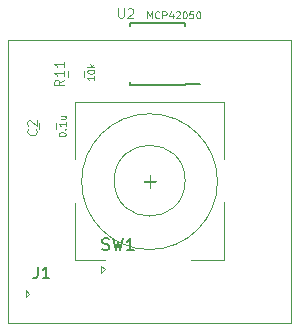
<source format=gbr>
G04 #@! TF.GenerationSoftware,KiCad,Pcbnew,(5.0.2-5)-5*
G04 #@! TF.CreationDate,2019-09-23T09:23:56+03:00*
G04 #@! TF.ProjectId,digi_pot,64696769-5f70-46f7-942e-6b696361645f,rev?*
G04 #@! TF.SameCoordinates,Original*
G04 #@! TF.FileFunction,Legend,Top*
G04 #@! TF.FilePolarity,Positive*
%FSLAX46Y46*%
G04 Gerber Fmt 4.6, Leading zero omitted, Abs format (unit mm)*
G04 Created by KiCad (PCBNEW (5.0.2-5)-5) date 2019 September 23, Monday 09:23:56*
%MOMM*%
%LPD*%
G01*
G04 APERTURE LIST*
%ADD10C,0.120000*%
%ADD11C,0.150000*%
%ADD12C,0.100000*%
G04 APERTURE END LIST*
D10*
G04 #@! TO.C,J1*
X154338400Y-92709600D02*
G75*
G03X154338400Y-92709600I-5750000J0D01*
G01*
X160588400Y-104709600D02*
X136588400Y-104709600D01*
X160588400Y-80709600D02*
X160588400Y-104709600D01*
X136588400Y-80709600D02*
X160588400Y-80709600D01*
X136588400Y-104709600D02*
X136588400Y-80709600D01*
X138398400Y-102209600D02*
X138098400Y-102509600D01*
X138098400Y-102509600D02*
X138098400Y-101909600D01*
X138098400Y-101909600D02*
X138398400Y-102209600D01*
X148088400Y-92709600D02*
X149088400Y-92709600D01*
X148588400Y-93209600D02*
X148588400Y-92209600D01*
G04 #@! TO.C,SW1*
X148599200Y-93126800D02*
X148599200Y-92126800D01*
X148099200Y-92626800D02*
X149099200Y-92626800D01*
X144499200Y-99826800D02*
X144799200Y-100126800D01*
X144499200Y-100426800D02*
X144499200Y-99826800D01*
X144799200Y-100126800D02*
X144499200Y-100426800D01*
X142299200Y-99326800D02*
X144799200Y-99326800D01*
X142299200Y-94526800D02*
X142299200Y-99326800D01*
X154899200Y-99326800D02*
X152099200Y-99326800D01*
X154899200Y-94426800D02*
X154899200Y-99326800D01*
X154899200Y-85926800D02*
X154899200Y-90826800D01*
X142299200Y-85926800D02*
X154899200Y-85926800D01*
X142299200Y-90826800D02*
X142299200Y-85926800D01*
X151599200Y-92626800D02*
G75*
G03X151599200Y-92626800I-3000000J0D01*
G01*
D11*
G04 #@! TO.C,U2*
X151550000Y-84540000D02*
X151550000Y-84415000D01*
X146900000Y-84540000D02*
X146900000Y-84315000D01*
X146900000Y-79290000D02*
X146900000Y-79515000D01*
X151550000Y-79290000D02*
X151550000Y-79515000D01*
X151550000Y-84540000D02*
X146900000Y-84540000D01*
X151550000Y-79290000D02*
X146900000Y-79290000D01*
X151550000Y-84415000D02*
X152900000Y-84415000D01*
D10*
G04 #@! TO.C,C2*
X140664000Y-87749748D02*
X140664000Y-88272252D01*
X139244000Y-87749748D02*
X139244000Y-88272252D01*
G04 #@! TO.C,R11*
X141657000Y-83827252D02*
X141657000Y-83304748D01*
X143077000Y-83827252D02*
X143077000Y-83304748D01*
G04 #@! TO.C,J1*
D11*
X139112666Y-99909380D02*
X139112666Y-100623666D01*
X139065047Y-100766523D01*
X138969809Y-100861761D01*
X138826952Y-100909380D01*
X138731714Y-100909380D01*
X140112666Y-100909380D02*
X139541238Y-100909380D01*
X139826952Y-100909380D02*
X139826952Y-99909380D01*
X139731714Y-100052238D01*
X139636476Y-100147476D01*
X139541238Y-100195095D01*
G04 #@! TO.C,SW1*
X144589666Y-98448761D02*
X144732523Y-98496380D01*
X144970619Y-98496380D01*
X145065857Y-98448761D01*
X145113476Y-98401142D01*
X145161095Y-98305904D01*
X145161095Y-98210666D01*
X145113476Y-98115428D01*
X145065857Y-98067809D01*
X144970619Y-98020190D01*
X144780142Y-97972571D01*
X144684904Y-97924952D01*
X144637285Y-97877333D01*
X144589666Y-97782095D01*
X144589666Y-97686857D01*
X144637285Y-97591619D01*
X144684904Y-97544000D01*
X144780142Y-97496380D01*
X145018238Y-97496380D01*
X145161095Y-97544000D01*
X145494428Y-97496380D02*
X145732523Y-98496380D01*
X145923000Y-97782095D01*
X146113476Y-98496380D01*
X146351571Y-97496380D01*
X147256333Y-98496380D02*
X146684904Y-98496380D01*
X146970619Y-98496380D02*
X146970619Y-97496380D01*
X146875380Y-97639238D01*
X146780142Y-97734476D01*
X146684904Y-97782095D01*
G04 #@! TO.C,U2*
D12*
X145948476Y-78047904D02*
X145948476Y-78695523D01*
X145986571Y-78771714D01*
X146024666Y-78809809D01*
X146100857Y-78847904D01*
X146253238Y-78847904D01*
X146329428Y-78809809D01*
X146367523Y-78771714D01*
X146405619Y-78695523D01*
X146405619Y-78047904D01*
X146748476Y-78124095D02*
X146786571Y-78086000D01*
X146862761Y-78047904D01*
X147053238Y-78047904D01*
X147129428Y-78086000D01*
X147167523Y-78124095D01*
X147205619Y-78200285D01*
X147205619Y-78276476D01*
X147167523Y-78390761D01*
X146710380Y-78847904D01*
X147205619Y-78847904D01*
X148393428Y-78884428D02*
X148393428Y-78284428D01*
X148593428Y-78713000D01*
X148793428Y-78284428D01*
X148793428Y-78884428D01*
X149422000Y-78827285D02*
X149393428Y-78855857D01*
X149307714Y-78884428D01*
X149250571Y-78884428D01*
X149164857Y-78855857D01*
X149107714Y-78798714D01*
X149079142Y-78741571D01*
X149050571Y-78627285D01*
X149050571Y-78541571D01*
X149079142Y-78427285D01*
X149107714Y-78370142D01*
X149164857Y-78313000D01*
X149250571Y-78284428D01*
X149307714Y-78284428D01*
X149393428Y-78313000D01*
X149422000Y-78341571D01*
X149679142Y-78884428D02*
X149679142Y-78284428D01*
X149907714Y-78284428D01*
X149964857Y-78313000D01*
X149993428Y-78341571D01*
X150022000Y-78398714D01*
X150022000Y-78484428D01*
X149993428Y-78541571D01*
X149964857Y-78570142D01*
X149907714Y-78598714D01*
X149679142Y-78598714D01*
X150536285Y-78484428D02*
X150536285Y-78884428D01*
X150393428Y-78255857D02*
X150250571Y-78684428D01*
X150622000Y-78684428D01*
X150822000Y-78341571D02*
X150850571Y-78313000D01*
X150907714Y-78284428D01*
X151050571Y-78284428D01*
X151107714Y-78313000D01*
X151136285Y-78341571D01*
X151164857Y-78398714D01*
X151164857Y-78455857D01*
X151136285Y-78541571D01*
X150793428Y-78884428D01*
X151164857Y-78884428D01*
X151536285Y-78284428D02*
X151593428Y-78284428D01*
X151650571Y-78313000D01*
X151679142Y-78341571D01*
X151707714Y-78398714D01*
X151736285Y-78513000D01*
X151736285Y-78655857D01*
X151707714Y-78770142D01*
X151679142Y-78827285D01*
X151650571Y-78855857D01*
X151593428Y-78884428D01*
X151536285Y-78884428D01*
X151479142Y-78855857D01*
X151450571Y-78827285D01*
X151422000Y-78770142D01*
X151393428Y-78655857D01*
X151393428Y-78513000D01*
X151422000Y-78398714D01*
X151450571Y-78341571D01*
X151479142Y-78313000D01*
X151536285Y-78284428D01*
X152279142Y-78284428D02*
X151993428Y-78284428D01*
X151964857Y-78570142D01*
X151993428Y-78541571D01*
X152050571Y-78513000D01*
X152193428Y-78513000D01*
X152250571Y-78541571D01*
X152279142Y-78570142D01*
X152307714Y-78627285D01*
X152307714Y-78770142D01*
X152279142Y-78827285D01*
X152250571Y-78855857D01*
X152193428Y-78884428D01*
X152050571Y-78884428D01*
X151993428Y-78855857D01*
X151964857Y-78827285D01*
X152679142Y-78284428D02*
X152736285Y-78284428D01*
X152793428Y-78313000D01*
X152822000Y-78341571D01*
X152850571Y-78398714D01*
X152879142Y-78513000D01*
X152879142Y-78655857D01*
X152850571Y-78770142D01*
X152822000Y-78827285D01*
X152793428Y-78855857D01*
X152736285Y-78884428D01*
X152679142Y-78884428D01*
X152622000Y-78855857D01*
X152593428Y-78827285D01*
X152564857Y-78770142D01*
X152536285Y-78655857D01*
X152536285Y-78513000D01*
X152564857Y-78398714D01*
X152593428Y-78341571D01*
X152622000Y-78313000D01*
X152679142Y-78284428D01*
G04 #@! TO.C,C2*
X138969714Y-88271333D02*
X139007809Y-88309428D01*
X139045904Y-88423714D01*
X139045904Y-88499904D01*
X139007809Y-88614190D01*
X138931619Y-88690380D01*
X138855428Y-88728476D01*
X138703047Y-88766571D01*
X138588761Y-88766571D01*
X138436380Y-88728476D01*
X138360190Y-88690380D01*
X138284000Y-88614190D01*
X138245904Y-88499904D01*
X138245904Y-88423714D01*
X138284000Y-88309428D01*
X138322095Y-88271333D01*
X138322095Y-87966571D02*
X138284000Y-87928476D01*
X138245904Y-87852285D01*
X138245904Y-87661809D01*
X138284000Y-87585619D01*
X138322095Y-87547523D01*
X138398285Y-87509428D01*
X138474476Y-87509428D01*
X138588761Y-87547523D01*
X139045904Y-88004666D01*
X139045904Y-87509428D01*
X140895428Y-88739571D02*
X140895428Y-88682428D01*
X140924000Y-88625285D01*
X140952571Y-88596714D01*
X141009714Y-88568142D01*
X141124000Y-88539571D01*
X141266857Y-88539571D01*
X141381142Y-88568142D01*
X141438285Y-88596714D01*
X141466857Y-88625285D01*
X141495428Y-88682428D01*
X141495428Y-88739571D01*
X141466857Y-88796714D01*
X141438285Y-88825285D01*
X141381142Y-88853857D01*
X141266857Y-88882428D01*
X141124000Y-88882428D01*
X141009714Y-88853857D01*
X140952571Y-88825285D01*
X140924000Y-88796714D01*
X140895428Y-88739571D01*
X141438285Y-88282428D02*
X141466857Y-88253857D01*
X141495428Y-88282428D01*
X141466857Y-88311000D01*
X141438285Y-88282428D01*
X141495428Y-88282428D01*
X141495428Y-87682428D02*
X141495428Y-88025285D01*
X141495428Y-87853857D02*
X140895428Y-87853857D01*
X140981142Y-87911000D01*
X141038285Y-87968142D01*
X141066857Y-88025285D01*
X141095428Y-87168142D02*
X141495428Y-87168142D01*
X141095428Y-87425285D02*
X141409714Y-87425285D01*
X141466857Y-87396714D01*
X141495428Y-87339571D01*
X141495428Y-87253857D01*
X141466857Y-87196714D01*
X141438285Y-87168142D01*
G04 #@! TO.C,R11*
X141331904Y-84080285D02*
X140950952Y-84346952D01*
X141331904Y-84537428D02*
X140531904Y-84537428D01*
X140531904Y-84232666D01*
X140570000Y-84156476D01*
X140608095Y-84118380D01*
X140684285Y-84080285D01*
X140798571Y-84080285D01*
X140874761Y-84118380D01*
X140912857Y-84156476D01*
X140950952Y-84232666D01*
X140950952Y-84537428D01*
X141331904Y-83318380D02*
X141331904Y-83775523D01*
X141331904Y-83546952D02*
X140531904Y-83546952D01*
X140646190Y-83623142D01*
X140722380Y-83699333D01*
X140760476Y-83775523D01*
X141331904Y-82556476D02*
X141331904Y-83013619D01*
X141331904Y-82785047D02*
X140531904Y-82785047D01*
X140646190Y-82861238D01*
X140722380Y-82937428D01*
X140760476Y-83013619D01*
X143908428Y-83796142D02*
X143908428Y-84139000D01*
X143908428Y-83967571D02*
X143308428Y-83967571D01*
X143394142Y-84024714D01*
X143451285Y-84081857D01*
X143479857Y-84139000D01*
X143308428Y-83424714D02*
X143308428Y-83367571D01*
X143337000Y-83310428D01*
X143365571Y-83281857D01*
X143422714Y-83253285D01*
X143537000Y-83224714D01*
X143679857Y-83224714D01*
X143794142Y-83253285D01*
X143851285Y-83281857D01*
X143879857Y-83310428D01*
X143908428Y-83367571D01*
X143908428Y-83424714D01*
X143879857Y-83481857D01*
X143851285Y-83510428D01*
X143794142Y-83539000D01*
X143679857Y-83567571D01*
X143537000Y-83567571D01*
X143422714Y-83539000D01*
X143365571Y-83510428D01*
X143337000Y-83481857D01*
X143308428Y-83424714D01*
X143908428Y-82967571D02*
X143308428Y-82967571D01*
X143679857Y-82910428D02*
X143908428Y-82739000D01*
X143508428Y-82739000D02*
X143737000Y-82967571D01*
G04 #@! TD*
M02*

</source>
